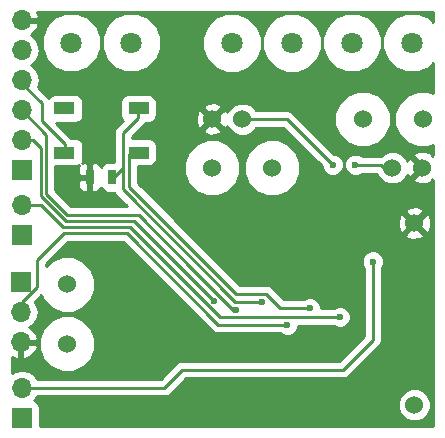
<source format=gbr>
G04 #@! TF.FileFunction,Copper,L1,Top,Signal*
%FSLAX46Y46*%
G04 Gerber Fmt 4.6, Leading zero omitted, Abs format (unit mm)*
G04 Created by KiCad (PCBNEW 4.0.6) date Thursday, 20. September 2018 19:48:34*
%MOMM*%
%LPD*%
G01*
G04 APERTURE LIST*
%ADD10C,0.100000*%
%ADD11R,1.700000X1.700000*%
%ADD12O,1.700000X1.700000*%
%ADD13R,0.700000X1.300000*%
%ADD14C,1.524000*%
%ADD15R,1.700000X1.000000*%
%ADD16C,1.800000*%
%ADD17C,0.600000*%
%ADD18C,0.250000*%
%ADD19C,0.254000*%
G04 APERTURE END LIST*
D10*
D11*
X128778000Y-117729000D03*
D12*
X128778000Y-115189000D03*
D11*
X128778000Y-133223000D03*
D12*
X128778000Y-130683000D03*
D11*
X128778000Y-112268000D03*
D12*
X128778000Y-109728000D03*
X128778000Y-107188000D03*
X128778000Y-104648000D03*
X128778000Y-102108000D03*
X128778000Y-99568000D03*
D13*
X134533600Y-112877600D03*
X136433600Y-112877600D03*
D11*
X128676400Y-121767600D03*
D12*
X128676400Y-124307600D03*
X128676400Y-126847600D03*
D14*
X162702400Y-107950000D03*
X157622400Y-107950000D03*
X147442400Y-107950000D03*
X144902400Y-107950000D03*
X144891600Y-112064800D03*
X149971600Y-112064800D03*
X160151600Y-112064800D03*
X162691600Y-112064800D03*
D15*
X138684400Y-110815200D03*
X132384400Y-110815200D03*
X138684400Y-107015200D03*
X132384400Y-107015200D03*
D14*
X132620000Y-121960000D03*
X132620000Y-126960000D03*
X162020000Y-116760000D03*
X162020000Y-132160000D03*
D16*
X138049000Y-101473000D03*
X132969000Y-101473000D03*
X151638000Y-101498400D03*
X146558000Y-101498400D03*
X161798000Y-101473000D03*
X156718000Y-101473000D03*
D17*
X157988000Y-131475000D03*
X163322000Y-124460000D03*
X153162000Y-123952000D03*
X145034000Y-123317000D03*
X146939000Y-124079000D03*
X155702000Y-124714000D03*
X158496000Y-120015000D03*
X151257000Y-125349000D03*
X155092400Y-111810800D03*
X157022800Y-111810800D03*
X149098000Y-123444000D03*
D18*
X157988000Y-131475000D02*
X157988000Y-131445000D01*
X128778000Y-104648000D02*
X128778000Y-104952800D01*
X128778000Y-104952800D02*
X130442399Y-106617199D01*
X130442399Y-106617199D02*
X130442399Y-108090399D01*
X130442399Y-108090399D02*
X132434400Y-110082400D01*
X138634400Y-110765200D02*
X138053200Y-110765200D01*
X138053200Y-110765200D02*
X137871200Y-110947200D01*
X137871200Y-110947200D02*
X137871200Y-113690400D01*
X137871200Y-113690400D02*
X146913600Y-122732800D01*
X146913600Y-122732800D02*
X149453600Y-122732800D01*
X149453600Y-122732800D02*
X150672800Y-123952000D01*
X150672800Y-123952000D02*
X153162000Y-123952000D01*
X132434400Y-110082400D02*
X132434400Y-110765200D01*
X143129000Y-121412000D02*
X145034000Y-123317000D01*
X128651000Y-109728000D02*
X129743200Y-109728000D01*
X138303000Y-116586000D02*
X143129000Y-121412000D01*
X132486400Y-116586000D02*
X138303000Y-116586000D01*
X130403600Y-114503200D02*
X132486400Y-116586000D01*
X130403600Y-110388400D02*
X130403600Y-114503200D01*
X129743200Y-109728000D02*
X130403600Y-110388400D01*
X143383000Y-120777000D02*
X146431000Y-123825000D01*
X146685000Y-124079000D02*
X146939000Y-124079000D01*
X146431000Y-123825000D02*
X146685000Y-124079000D01*
X128651000Y-107188000D02*
X128778000Y-107188000D01*
X128778000Y-107188000D02*
X130860800Y-109270800D01*
X130860800Y-109270800D02*
X130860800Y-114300000D01*
X130860800Y-114300000D02*
X132638800Y-116078000D01*
X132638800Y-116078000D02*
X138684000Y-116078000D01*
X138684000Y-116078000D02*
X143383000Y-120777000D01*
X143256000Y-122428000D02*
X145542000Y-124714000D01*
X130378200Y-115189000D02*
X132283200Y-117094000D01*
X132283200Y-117094000D02*
X137922000Y-117094000D01*
X137922000Y-117094000D02*
X143256000Y-122428000D01*
X128778000Y-115189000D02*
X130378200Y-115189000D01*
X145542000Y-124714000D02*
X155702000Y-124714000D01*
X158496000Y-126619000D02*
X158496000Y-120015000D01*
X128778000Y-130683000D02*
X140843000Y-130683000D01*
X155956000Y-129159000D02*
X158496000Y-126619000D01*
X142367000Y-129159000D02*
X155956000Y-129159000D01*
X140843000Y-130683000D02*
X142367000Y-129159000D01*
X128778000Y-130683000D02*
X129159000Y-130683000D01*
X151257000Y-125349000D02*
X145415000Y-125349000D01*
X130048000Y-122174000D02*
X130048000Y-119888000D01*
X128778000Y-123444000D02*
X130048000Y-122174000D01*
X137668000Y-117602000D02*
X145415000Y-125349000D01*
X132334000Y-117602000D02*
X137668000Y-117602000D01*
X130048000Y-119888000D02*
X132334000Y-117602000D01*
X128778000Y-124206000D02*
X128778000Y-123444000D01*
X151231600Y-107950000D02*
X147442400Y-107950000D01*
X155092400Y-111810800D02*
X151231600Y-107950000D01*
X159207200Y-111810800D02*
X159461200Y-112064800D01*
X157022800Y-111810800D02*
X159207200Y-111810800D01*
X159461200Y-112064800D02*
X160151600Y-112064800D01*
X138634400Y-107065200D02*
X138634400Y-107847200D01*
X138634400Y-107847200D02*
X137312400Y-109169200D01*
X136433600Y-112877600D02*
X136550400Y-112877600D01*
X136550400Y-112877600D02*
X137312400Y-112115600D01*
X146862800Y-123444000D02*
X149098000Y-123444000D01*
X137312400Y-113893600D02*
X146862800Y-123444000D01*
X137312400Y-109169200D02*
X137312400Y-112115600D01*
X137312400Y-112115600D02*
X137312400Y-113893600D01*
D19*
G36*
X163628000Y-99729356D02*
X163231300Y-99331963D01*
X162302857Y-98946439D01*
X161297554Y-98945562D01*
X160368439Y-99329464D01*
X159656963Y-100039700D01*
X159271439Y-100968143D01*
X159270562Y-101973446D01*
X159654464Y-102902561D01*
X160364700Y-103614037D01*
X161293143Y-103999561D01*
X162298446Y-104000438D01*
X163227561Y-103616536D01*
X163628000Y-103216795D01*
X163628000Y-105747572D01*
X163179686Y-105561416D01*
X162229283Y-105560586D01*
X161350908Y-105923524D01*
X160678286Y-106594973D01*
X160313816Y-107472714D01*
X160312986Y-108423117D01*
X160675924Y-109301492D01*
X161347373Y-109974114D01*
X162225114Y-110338584D01*
X163175517Y-110339414D01*
X163628000Y-110152451D01*
X163628000Y-110990356D01*
X163607218Y-110969574D01*
X163492207Y-111084585D01*
X163422743Y-110842403D01*
X162899298Y-110655656D01*
X162344232Y-110683438D01*
X161960457Y-110842403D01*
X161890992Y-111084587D01*
X162691600Y-111885195D01*
X162705743Y-111871053D01*
X162885348Y-112050658D01*
X162871205Y-112064800D01*
X162885348Y-112078943D01*
X162705743Y-112258548D01*
X162691600Y-112244405D01*
X161890992Y-113045013D01*
X161960457Y-113287197D01*
X162483902Y-113473944D01*
X163038968Y-113446162D01*
X163422743Y-113287197D01*
X163492207Y-113045015D01*
X163607218Y-113160026D01*
X163628000Y-113139244D01*
X163628000Y-133910000D01*
X130275440Y-133910000D01*
X130275440Y-132436661D01*
X160622758Y-132436661D01*
X160834990Y-132950303D01*
X161227630Y-133343629D01*
X161740900Y-133556757D01*
X162296661Y-133557242D01*
X162810303Y-133345010D01*
X163203629Y-132952370D01*
X163416757Y-132439100D01*
X163417242Y-131883339D01*
X163205010Y-131369697D01*
X162812370Y-130976371D01*
X162299100Y-130763243D01*
X161743339Y-130762758D01*
X161229697Y-130974990D01*
X160836371Y-131367630D01*
X160623243Y-131880900D01*
X160622758Y-132436661D01*
X130275440Y-132436661D01*
X130275440Y-132373000D01*
X130231162Y-132137683D01*
X130092090Y-131921559D01*
X129879890Y-131776569D01*
X129812459Y-131762914D01*
X129857147Y-131733054D01*
X130050954Y-131443000D01*
X140843000Y-131443000D01*
X141133839Y-131385148D01*
X141380401Y-131220401D01*
X142681802Y-129919000D01*
X155956000Y-129919000D01*
X156246839Y-129861148D01*
X156493401Y-129696401D01*
X159033401Y-127156401D01*
X159198148Y-126909840D01*
X159235790Y-126720600D01*
X159256000Y-126619000D01*
X159256000Y-120577463D01*
X159288192Y-120545327D01*
X159430838Y-120201799D01*
X159431162Y-119829833D01*
X159289117Y-119486057D01*
X159026327Y-119222808D01*
X158682799Y-119080162D01*
X158310833Y-119079838D01*
X157967057Y-119221883D01*
X157703808Y-119484673D01*
X157561162Y-119828201D01*
X157560838Y-120200167D01*
X157702883Y-120543943D01*
X157736000Y-120577118D01*
X157736000Y-126304198D01*
X155641198Y-128399000D01*
X142367000Y-128399000D01*
X142124414Y-128447254D01*
X142076160Y-128456852D01*
X141829599Y-128621599D01*
X140528198Y-129923000D01*
X130050954Y-129923000D01*
X129857147Y-129632946D01*
X129375378Y-129311039D01*
X128807093Y-129198000D01*
X128748907Y-129198000D01*
X128180622Y-129311039D01*
X127964000Y-129455781D01*
X127964000Y-128122130D01*
X128319508Y-128289086D01*
X128549400Y-128168419D01*
X128549400Y-126974600D01*
X128803400Y-126974600D01*
X128803400Y-128168419D01*
X129033292Y-128289086D01*
X129557758Y-128042783D01*
X129948045Y-127614524D01*
X130023181Y-127433117D01*
X130230586Y-127433117D01*
X130593524Y-128311492D01*
X131264973Y-128984114D01*
X132142714Y-129348584D01*
X133093117Y-129349414D01*
X133971492Y-128986476D01*
X134644114Y-128315027D01*
X135008584Y-127437286D01*
X135009414Y-126486883D01*
X134646476Y-125608508D01*
X133975027Y-124935886D01*
X133097286Y-124571416D01*
X132146883Y-124570586D01*
X131268508Y-124933524D01*
X130595886Y-125604973D01*
X130231416Y-126482714D01*
X130230586Y-127433117D01*
X130023181Y-127433117D01*
X130117876Y-127204490D01*
X129996555Y-126974600D01*
X128803400Y-126974600D01*
X128549400Y-126974600D01*
X128529400Y-126974600D01*
X128529400Y-126720600D01*
X128549400Y-126720600D01*
X128549400Y-126700600D01*
X128803400Y-126700600D01*
X128803400Y-126720600D01*
X129996555Y-126720600D01*
X130117876Y-126490710D01*
X129948045Y-126080676D01*
X129557758Y-125652417D01*
X129414847Y-125585302D01*
X129755547Y-125357654D01*
X130077454Y-124875885D01*
X130190493Y-124307600D01*
X130077454Y-123739315D01*
X129869185Y-123427617D01*
X130415693Y-122881109D01*
X130593524Y-123311492D01*
X131264973Y-123984114D01*
X132142714Y-124348584D01*
X133093117Y-124349414D01*
X133971492Y-123986476D01*
X134644114Y-123315027D01*
X135008584Y-122437286D01*
X135009414Y-121486883D01*
X134646476Y-120608508D01*
X133975027Y-119935886D01*
X133097286Y-119571416D01*
X132146883Y-119570586D01*
X131268508Y-119933524D01*
X130808000Y-120393229D01*
X130808000Y-120202802D01*
X132648802Y-118362000D01*
X137353198Y-118362000D01*
X144877599Y-125886401D01*
X145124160Y-126051148D01*
X145172414Y-126060746D01*
X145415000Y-126109000D01*
X150694537Y-126109000D01*
X150726673Y-126141192D01*
X151070201Y-126283838D01*
X151442167Y-126284162D01*
X151785943Y-126142117D01*
X152049192Y-125879327D01*
X152191838Y-125535799D01*
X152191892Y-125474000D01*
X155139537Y-125474000D01*
X155171673Y-125506192D01*
X155515201Y-125648838D01*
X155887167Y-125649162D01*
X156230943Y-125507117D01*
X156494192Y-125244327D01*
X156636838Y-124900799D01*
X156637162Y-124528833D01*
X156495117Y-124185057D01*
X156232327Y-123921808D01*
X155888799Y-123779162D01*
X155516833Y-123778838D01*
X155173057Y-123920883D01*
X155139882Y-123954000D01*
X154096999Y-123954000D01*
X154097162Y-123766833D01*
X153955117Y-123423057D01*
X153692327Y-123159808D01*
X153348799Y-123017162D01*
X152976833Y-123016838D01*
X152633057Y-123158883D01*
X152599882Y-123192000D01*
X150987602Y-123192000D01*
X149991001Y-122195399D01*
X149744439Y-122030652D01*
X149453600Y-121972800D01*
X147228402Y-121972800D01*
X142995815Y-117740213D01*
X161219392Y-117740213D01*
X161288857Y-117982397D01*
X161812302Y-118169144D01*
X162367368Y-118141362D01*
X162751143Y-117982397D01*
X162820608Y-117740213D01*
X162020000Y-116939605D01*
X161219392Y-117740213D01*
X142995815Y-117740213D01*
X141807904Y-116552302D01*
X160610856Y-116552302D01*
X160638638Y-117107368D01*
X160797603Y-117491143D01*
X161039787Y-117560608D01*
X161840395Y-116760000D01*
X162199605Y-116760000D01*
X163000213Y-117560608D01*
X163242397Y-117491143D01*
X163429144Y-116967698D01*
X163401362Y-116412632D01*
X163242397Y-116028857D01*
X163000213Y-115959392D01*
X162199605Y-116760000D01*
X161840395Y-116760000D01*
X161039787Y-115959392D01*
X160797603Y-116028857D01*
X160610856Y-116552302D01*
X141807904Y-116552302D01*
X141035389Y-115779787D01*
X161219392Y-115779787D01*
X162020000Y-116580395D01*
X162820608Y-115779787D01*
X162751143Y-115537603D01*
X162227698Y-115350856D01*
X161672632Y-115378638D01*
X161288857Y-115537603D01*
X161219392Y-115779787D01*
X141035389Y-115779787D01*
X138631200Y-113375598D01*
X138631200Y-112537917D01*
X142502186Y-112537917D01*
X142865124Y-113416292D01*
X143536573Y-114088914D01*
X144414314Y-114453384D01*
X145364717Y-114454214D01*
X146243092Y-114091276D01*
X146915714Y-113419827D01*
X147280184Y-112542086D01*
X147280187Y-112537917D01*
X147582186Y-112537917D01*
X147945124Y-113416292D01*
X148616573Y-114088914D01*
X149494314Y-114453384D01*
X150444717Y-114454214D01*
X151323092Y-114091276D01*
X151995714Y-113419827D01*
X152360184Y-112542086D01*
X152361014Y-111591683D01*
X151998076Y-110713308D01*
X151326627Y-110040686D01*
X150448886Y-109676216D01*
X149498483Y-109675386D01*
X148620108Y-110038324D01*
X147947486Y-110709773D01*
X147583016Y-111587514D01*
X147582186Y-112537917D01*
X147280187Y-112537917D01*
X147281014Y-111591683D01*
X146918076Y-110713308D01*
X146246627Y-110040686D01*
X145368886Y-109676216D01*
X144418483Y-109675386D01*
X143540108Y-110038324D01*
X142867486Y-110709773D01*
X142503016Y-111587514D01*
X142502186Y-112537917D01*
X138631200Y-112537917D01*
X138631200Y-111962640D01*
X139534400Y-111962640D01*
X139769717Y-111918362D01*
X139985841Y-111779290D01*
X140130831Y-111567090D01*
X140181840Y-111315200D01*
X140181840Y-110215200D01*
X140137562Y-109979883D01*
X139998490Y-109763759D01*
X139786290Y-109618769D01*
X139534400Y-109567760D01*
X138072400Y-109567760D01*
X138072400Y-109484002D01*
X138626189Y-108930213D01*
X144101792Y-108930213D01*
X144171257Y-109172397D01*
X144694702Y-109359144D01*
X145249768Y-109331362D01*
X145633543Y-109172397D01*
X145703008Y-108930213D01*
X144902400Y-108129605D01*
X144101792Y-108930213D01*
X138626189Y-108930213D01*
X139171801Y-108384601D01*
X139253293Y-108262640D01*
X139534400Y-108262640D01*
X139769717Y-108218362D01*
X139985841Y-108079290D01*
X140130831Y-107867090D01*
X140156101Y-107742302D01*
X143493256Y-107742302D01*
X143521038Y-108297368D01*
X143680003Y-108681143D01*
X143922187Y-108750608D01*
X144722795Y-107950000D01*
X145082005Y-107950000D01*
X145882613Y-108750608D01*
X146124797Y-108681143D01*
X146174909Y-108540682D01*
X146257390Y-108740303D01*
X146650030Y-109133629D01*
X147163300Y-109346757D01*
X147719061Y-109347242D01*
X148232703Y-109135010D01*
X148626029Y-108742370D01*
X148639470Y-108710000D01*
X150916798Y-108710000D01*
X154157278Y-111950480D01*
X154157238Y-111995967D01*
X154299283Y-112339743D01*
X154562073Y-112602992D01*
X154905601Y-112745638D01*
X155277567Y-112745962D01*
X155621343Y-112603917D01*
X155884592Y-112341127D01*
X156027238Y-111997599D01*
X156027239Y-111995967D01*
X156087638Y-111995967D01*
X156229683Y-112339743D01*
X156492473Y-112602992D01*
X156836001Y-112745638D01*
X157207967Y-112745962D01*
X157551743Y-112603917D01*
X157584918Y-112570800D01*
X158849119Y-112570800D01*
X158966590Y-112855103D01*
X159359230Y-113248429D01*
X159872500Y-113461557D01*
X160428261Y-113462042D01*
X160941903Y-113249810D01*
X161335229Y-112857170D01*
X161414995Y-112665073D01*
X161469203Y-112795943D01*
X161711387Y-112865408D01*
X162511995Y-112064800D01*
X161711387Y-111264192D01*
X161469203Y-111333657D01*
X161419091Y-111474118D01*
X161336610Y-111274497D01*
X160943970Y-110881171D01*
X160430700Y-110668043D01*
X159874939Y-110667558D01*
X159361297Y-110879790D01*
X159189988Y-111050800D01*
X157585263Y-111050800D01*
X157553127Y-111018608D01*
X157209599Y-110875962D01*
X156837633Y-110875638D01*
X156493857Y-111017683D01*
X156230608Y-111280473D01*
X156087962Y-111624001D01*
X156087638Y-111995967D01*
X156027239Y-111995967D01*
X156027562Y-111625633D01*
X155885517Y-111281857D01*
X155622727Y-111018608D01*
X155279199Y-110875962D01*
X155232323Y-110875921D01*
X152779519Y-108423117D01*
X155232986Y-108423117D01*
X155595924Y-109301492D01*
X156267373Y-109974114D01*
X157145114Y-110338584D01*
X158095517Y-110339414D01*
X158973892Y-109976476D01*
X159646514Y-109305027D01*
X160010984Y-108427286D01*
X160011814Y-107476883D01*
X159648876Y-106598508D01*
X158977427Y-105925886D01*
X158099686Y-105561416D01*
X157149283Y-105560586D01*
X156270908Y-105923524D01*
X155598286Y-106594973D01*
X155233816Y-107472714D01*
X155232986Y-108423117D01*
X152779519Y-108423117D01*
X151769001Y-107412599D01*
X151522439Y-107247852D01*
X151231600Y-107190000D01*
X148639931Y-107190000D01*
X148627410Y-107159697D01*
X148234770Y-106766371D01*
X147721500Y-106553243D01*
X147165739Y-106552758D01*
X146652097Y-106764990D01*
X146258771Y-107157630D01*
X146179005Y-107349727D01*
X146124797Y-107218857D01*
X145882613Y-107149392D01*
X145082005Y-107950000D01*
X144722795Y-107950000D01*
X143922187Y-107149392D01*
X143680003Y-107218857D01*
X143493256Y-107742302D01*
X140156101Y-107742302D01*
X140181840Y-107615200D01*
X140181840Y-106969787D01*
X144101792Y-106969787D01*
X144902400Y-107770395D01*
X145703008Y-106969787D01*
X145633543Y-106727603D01*
X145110098Y-106540856D01*
X144555032Y-106568638D01*
X144171257Y-106727603D01*
X144101792Y-106969787D01*
X140181840Y-106969787D01*
X140181840Y-106515200D01*
X140137562Y-106279883D01*
X139998490Y-106063759D01*
X139786290Y-105918769D01*
X139534400Y-105867760D01*
X137734400Y-105867760D01*
X137499083Y-105912038D01*
X137282959Y-106051110D01*
X137137969Y-106263310D01*
X137086960Y-106515200D01*
X137086960Y-107615200D01*
X137131238Y-107850517D01*
X137270310Y-108066641D01*
X137311805Y-108094993D01*
X136774999Y-108631799D01*
X136610252Y-108878361D01*
X136552400Y-109169200D01*
X136552400Y-111580160D01*
X136083600Y-111580160D01*
X135848283Y-111624438D01*
X135632159Y-111763510D01*
X135487169Y-111975710D01*
X135480409Y-112009090D01*
X135421927Y-111867901D01*
X135243298Y-111689273D01*
X135009909Y-111592600D01*
X134819350Y-111592600D01*
X134660600Y-111751350D01*
X134660600Y-112750600D01*
X134680600Y-112750600D01*
X134680600Y-113004600D01*
X134660600Y-113004600D01*
X134660600Y-114003850D01*
X134819350Y-114162600D01*
X135009909Y-114162600D01*
X135243298Y-114065927D01*
X135421927Y-113887299D01*
X135478254Y-113751313D01*
X135480438Y-113762917D01*
X135619510Y-113979041D01*
X135831710Y-114124031D01*
X136083600Y-114175040D01*
X136608382Y-114175040D01*
X136610252Y-114184439D01*
X136774999Y-114431001D01*
X137661998Y-115318000D01*
X132953602Y-115318000D01*
X131620800Y-113985198D01*
X131620800Y-113163350D01*
X133548600Y-113163350D01*
X133548600Y-113653910D01*
X133645273Y-113887299D01*
X133823902Y-114065927D01*
X134057291Y-114162600D01*
X134247850Y-114162600D01*
X134406600Y-114003850D01*
X134406600Y-113004600D01*
X133707350Y-113004600D01*
X133548600Y-113163350D01*
X131620800Y-113163350D01*
X131620800Y-111962640D01*
X133334400Y-111962640D01*
X133569717Y-111918362D01*
X133644233Y-111870412D01*
X133548600Y-112101290D01*
X133548600Y-112591850D01*
X133707350Y-112750600D01*
X134406600Y-112750600D01*
X134406600Y-111751350D01*
X134247850Y-111592600D01*
X134057291Y-111592600D01*
X133856602Y-111675728D01*
X133930831Y-111567090D01*
X133981840Y-111315200D01*
X133981840Y-110215200D01*
X133937562Y-109979883D01*
X133798490Y-109763759D01*
X133586290Y-109618769D01*
X133334400Y-109567760D01*
X132987009Y-109567760D01*
X132971801Y-109544999D01*
X131689442Y-108262640D01*
X133334400Y-108262640D01*
X133569717Y-108218362D01*
X133785841Y-108079290D01*
X133930831Y-107867090D01*
X133981840Y-107615200D01*
X133981840Y-106515200D01*
X133937562Y-106279883D01*
X133798490Y-106063759D01*
X133586290Y-105918769D01*
X133334400Y-105867760D01*
X131534400Y-105867760D01*
X131299083Y-105912038D01*
X131082959Y-106051110D01*
X131021112Y-106141626D01*
X130979800Y-106079798D01*
X130153913Y-105253911D01*
X130179054Y-105216285D01*
X130292093Y-104648000D01*
X130179054Y-104079715D01*
X129857147Y-103597946D01*
X129527974Y-103378000D01*
X129857147Y-103158054D01*
X130179054Y-102676285D01*
X130292093Y-102108000D01*
X130265329Y-101973446D01*
X130441562Y-101973446D01*
X130825464Y-102902561D01*
X131535700Y-103614037D01*
X132464143Y-103999561D01*
X133469446Y-104000438D01*
X134398561Y-103616536D01*
X135110037Y-102906300D01*
X135495561Y-101977857D01*
X135495564Y-101973446D01*
X135521562Y-101973446D01*
X135905464Y-102902561D01*
X136615700Y-103614037D01*
X137544143Y-103999561D01*
X138549446Y-104000438D01*
X139478561Y-103616536D01*
X140190037Y-102906300D01*
X140566845Y-101998846D01*
X144030562Y-101998846D01*
X144414464Y-102927961D01*
X145124700Y-103639437D01*
X146053143Y-104024961D01*
X147058446Y-104025838D01*
X147987561Y-103641936D01*
X148699037Y-102931700D01*
X149084561Y-102003257D01*
X149084564Y-101998846D01*
X149110562Y-101998846D01*
X149494464Y-102927961D01*
X150204700Y-103639437D01*
X151133143Y-104024961D01*
X152138446Y-104025838D01*
X153067561Y-103641936D01*
X153779037Y-102931700D01*
X154164561Y-102003257D01*
X154164587Y-101973446D01*
X154190562Y-101973446D01*
X154574464Y-102902561D01*
X155284700Y-103614037D01*
X156213143Y-103999561D01*
X157218446Y-104000438D01*
X158147561Y-103616536D01*
X158859037Y-102906300D01*
X159244561Y-101977857D01*
X159245438Y-100972554D01*
X158861536Y-100043439D01*
X158151300Y-99331963D01*
X157222857Y-98946439D01*
X156217554Y-98945562D01*
X155288439Y-99329464D01*
X154576963Y-100039700D01*
X154191439Y-100968143D01*
X154190562Y-101973446D01*
X154164587Y-101973446D01*
X154165438Y-100997954D01*
X153781536Y-100068839D01*
X153071300Y-99357363D01*
X152142857Y-98971839D01*
X151137554Y-98970962D01*
X150208439Y-99354864D01*
X149496963Y-100065100D01*
X149111439Y-100993543D01*
X149110562Y-101998846D01*
X149084564Y-101998846D01*
X149085438Y-100997954D01*
X148701536Y-100068839D01*
X147991300Y-99357363D01*
X147062857Y-98971839D01*
X146057554Y-98970962D01*
X145128439Y-99354864D01*
X144416963Y-100065100D01*
X144031439Y-100993543D01*
X144030562Y-101998846D01*
X140566845Y-101998846D01*
X140575561Y-101977857D01*
X140576438Y-100972554D01*
X140192536Y-100043439D01*
X139482300Y-99331963D01*
X138553857Y-98946439D01*
X137548554Y-98945562D01*
X136619439Y-99329464D01*
X135907963Y-100039700D01*
X135522439Y-100968143D01*
X135521562Y-101973446D01*
X135495564Y-101973446D01*
X135496438Y-100972554D01*
X135112536Y-100043439D01*
X134402300Y-99331963D01*
X133473857Y-98946439D01*
X132468554Y-98945562D01*
X131539439Y-99329464D01*
X130827963Y-100039700D01*
X130442439Y-100968143D01*
X130441562Y-101973446D01*
X130265329Y-101973446D01*
X130179054Y-101539715D01*
X129857147Y-101057946D01*
X129516447Y-100830298D01*
X129659358Y-100763183D01*
X130049645Y-100334924D01*
X130219476Y-99924890D01*
X130098155Y-99695000D01*
X128905000Y-99695000D01*
X128905000Y-99715000D01*
X128651000Y-99715000D01*
X128651000Y-99695000D01*
X128631000Y-99695000D01*
X128631000Y-99441000D01*
X128651000Y-99441000D01*
X128651000Y-99421000D01*
X128905000Y-99421000D01*
X128905000Y-99441000D01*
X130098155Y-99441000D01*
X130219476Y-99211110D01*
X130082749Y-98881000D01*
X163628000Y-98881000D01*
X163628000Y-99729356D01*
X163628000Y-99729356D01*
G37*
X163628000Y-99729356D02*
X163231300Y-99331963D01*
X162302857Y-98946439D01*
X161297554Y-98945562D01*
X160368439Y-99329464D01*
X159656963Y-100039700D01*
X159271439Y-100968143D01*
X159270562Y-101973446D01*
X159654464Y-102902561D01*
X160364700Y-103614037D01*
X161293143Y-103999561D01*
X162298446Y-104000438D01*
X163227561Y-103616536D01*
X163628000Y-103216795D01*
X163628000Y-105747572D01*
X163179686Y-105561416D01*
X162229283Y-105560586D01*
X161350908Y-105923524D01*
X160678286Y-106594973D01*
X160313816Y-107472714D01*
X160312986Y-108423117D01*
X160675924Y-109301492D01*
X161347373Y-109974114D01*
X162225114Y-110338584D01*
X163175517Y-110339414D01*
X163628000Y-110152451D01*
X163628000Y-110990356D01*
X163607218Y-110969574D01*
X163492207Y-111084585D01*
X163422743Y-110842403D01*
X162899298Y-110655656D01*
X162344232Y-110683438D01*
X161960457Y-110842403D01*
X161890992Y-111084587D01*
X162691600Y-111885195D01*
X162705743Y-111871053D01*
X162885348Y-112050658D01*
X162871205Y-112064800D01*
X162885348Y-112078943D01*
X162705743Y-112258548D01*
X162691600Y-112244405D01*
X161890992Y-113045013D01*
X161960457Y-113287197D01*
X162483902Y-113473944D01*
X163038968Y-113446162D01*
X163422743Y-113287197D01*
X163492207Y-113045015D01*
X163607218Y-113160026D01*
X163628000Y-113139244D01*
X163628000Y-133910000D01*
X130275440Y-133910000D01*
X130275440Y-132436661D01*
X160622758Y-132436661D01*
X160834990Y-132950303D01*
X161227630Y-133343629D01*
X161740900Y-133556757D01*
X162296661Y-133557242D01*
X162810303Y-133345010D01*
X163203629Y-132952370D01*
X163416757Y-132439100D01*
X163417242Y-131883339D01*
X163205010Y-131369697D01*
X162812370Y-130976371D01*
X162299100Y-130763243D01*
X161743339Y-130762758D01*
X161229697Y-130974990D01*
X160836371Y-131367630D01*
X160623243Y-131880900D01*
X160622758Y-132436661D01*
X130275440Y-132436661D01*
X130275440Y-132373000D01*
X130231162Y-132137683D01*
X130092090Y-131921559D01*
X129879890Y-131776569D01*
X129812459Y-131762914D01*
X129857147Y-131733054D01*
X130050954Y-131443000D01*
X140843000Y-131443000D01*
X141133839Y-131385148D01*
X141380401Y-131220401D01*
X142681802Y-129919000D01*
X155956000Y-129919000D01*
X156246839Y-129861148D01*
X156493401Y-129696401D01*
X159033401Y-127156401D01*
X159198148Y-126909840D01*
X159235790Y-126720600D01*
X159256000Y-126619000D01*
X159256000Y-120577463D01*
X159288192Y-120545327D01*
X159430838Y-120201799D01*
X159431162Y-119829833D01*
X159289117Y-119486057D01*
X159026327Y-119222808D01*
X158682799Y-119080162D01*
X158310833Y-119079838D01*
X157967057Y-119221883D01*
X157703808Y-119484673D01*
X157561162Y-119828201D01*
X157560838Y-120200167D01*
X157702883Y-120543943D01*
X157736000Y-120577118D01*
X157736000Y-126304198D01*
X155641198Y-128399000D01*
X142367000Y-128399000D01*
X142124414Y-128447254D01*
X142076160Y-128456852D01*
X141829599Y-128621599D01*
X140528198Y-129923000D01*
X130050954Y-129923000D01*
X129857147Y-129632946D01*
X129375378Y-129311039D01*
X128807093Y-129198000D01*
X128748907Y-129198000D01*
X128180622Y-129311039D01*
X127964000Y-129455781D01*
X127964000Y-128122130D01*
X128319508Y-128289086D01*
X128549400Y-128168419D01*
X128549400Y-126974600D01*
X128803400Y-126974600D01*
X128803400Y-128168419D01*
X129033292Y-128289086D01*
X129557758Y-128042783D01*
X129948045Y-127614524D01*
X130023181Y-127433117D01*
X130230586Y-127433117D01*
X130593524Y-128311492D01*
X131264973Y-128984114D01*
X132142714Y-129348584D01*
X133093117Y-129349414D01*
X133971492Y-128986476D01*
X134644114Y-128315027D01*
X135008584Y-127437286D01*
X135009414Y-126486883D01*
X134646476Y-125608508D01*
X133975027Y-124935886D01*
X133097286Y-124571416D01*
X132146883Y-124570586D01*
X131268508Y-124933524D01*
X130595886Y-125604973D01*
X130231416Y-126482714D01*
X130230586Y-127433117D01*
X130023181Y-127433117D01*
X130117876Y-127204490D01*
X129996555Y-126974600D01*
X128803400Y-126974600D01*
X128549400Y-126974600D01*
X128529400Y-126974600D01*
X128529400Y-126720600D01*
X128549400Y-126720600D01*
X128549400Y-126700600D01*
X128803400Y-126700600D01*
X128803400Y-126720600D01*
X129996555Y-126720600D01*
X130117876Y-126490710D01*
X129948045Y-126080676D01*
X129557758Y-125652417D01*
X129414847Y-125585302D01*
X129755547Y-125357654D01*
X130077454Y-124875885D01*
X130190493Y-124307600D01*
X130077454Y-123739315D01*
X129869185Y-123427617D01*
X130415693Y-122881109D01*
X130593524Y-123311492D01*
X131264973Y-123984114D01*
X132142714Y-124348584D01*
X133093117Y-124349414D01*
X133971492Y-123986476D01*
X134644114Y-123315027D01*
X135008584Y-122437286D01*
X135009414Y-121486883D01*
X134646476Y-120608508D01*
X133975027Y-119935886D01*
X133097286Y-119571416D01*
X132146883Y-119570586D01*
X131268508Y-119933524D01*
X130808000Y-120393229D01*
X130808000Y-120202802D01*
X132648802Y-118362000D01*
X137353198Y-118362000D01*
X144877599Y-125886401D01*
X145124160Y-126051148D01*
X145172414Y-126060746D01*
X145415000Y-126109000D01*
X150694537Y-126109000D01*
X150726673Y-126141192D01*
X151070201Y-126283838D01*
X151442167Y-126284162D01*
X151785943Y-126142117D01*
X152049192Y-125879327D01*
X152191838Y-125535799D01*
X152191892Y-125474000D01*
X155139537Y-125474000D01*
X155171673Y-125506192D01*
X155515201Y-125648838D01*
X155887167Y-125649162D01*
X156230943Y-125507117D01*
X156494192Y-125244327D01*
X156636838Y-124900799D01*
X156637162Y-124528833D01*
X156495117Y-124185057D01*
X156232327Y-123921808D01*
X155888799Y-123779162D01*
X155516833Y-123778838D01*
X155173057Y-123920883D01*
X155139882Y-123954000D01*
X154096999Y-123954000D01*
X154097162Y-123766833D01*
X153955117Y-123423057D01*
X153692327Y-123159808D01*
X153348799Y-123017162D01*
X152976833Y-123016838D01*
X152633057Y-123158883D01*
X152599882Y-123192000D01*
X150987602Y-123192000D01*
X149991001Y-122195399D01*
X149744439Y-122030652D01*
X149453600Y-121972800D01*
X147228402Y-121972800D01*
X142995815Y-117740213D01*
X161219392Y-117740213D01*
X161288857Y-117982397D01*
X161812302Y-118169144D01*
X162367368Y-118141362D01*
X162751143Y-117982397D01*
X162820608Y-117740213D01*
X162020000Y-116939605D01*
X161219392Y-117740213D01*
X142995815Y-117740213D01*
X141807904Y-116552302D01*
X160610856Y-116552302D01*
X160638638Y-117107368D01*
X160797603Y-117491143D01*
X161039787Y-117560608D01*
X161840395Y-116760000D01*
X162199605Y-116760000D01*
X163000213Y-117560608D01*
X163242397Y-117491143D01*
X163429144Y-116967698D01*
X163401362Y-116412632D01*
X163242397Y-116028857D01*
X163000213Y-115959392D01*
X162199605Y-116760000D01*
X161840395Y-116760000D01*
X161039787Y-115959392D01*
X160797603Y-116028857D01*
X160610856Y-116552302D01*
X141807904Y-116552302D01*
X141035389Y-115779787D01*
X161219392Y-115779787D01*
X162020000Y-116580395D01*
X162820608Y-115779787D01*
X162751143Y-115537603D01*
X162227698Y-115350856D01*
X161672632Y-115378638D01*
X161288857Y-115537603D01*
X161219392Y-115779787D01*
X141035389Y-115779787D01*
X138631200Y-113375598D01*
X138631200Y-112537917D01*
X142502186Y-112537917D01*
X142865124Y-113416292D01*
X143536573Y-114088914D01*
X144414314Y-114453384D01*
X145364717Y-114454214D01*
X146243092Y-114091276D01*
X146915714Y-113419827D01*
X147280184Y-112542086D01*
X147280187Y-112537917D01*
X147582186Y-112537917D01*
X147945124Y-113416292D01*
X148616573Y-114088914D01*
X149494314Y-114453384D01*
X150444717Y-114454214D01*
X151323092Y-114091276D01*
X151995714Y-113419827D01*
X152360184Y-112542086D01*
X152361014Y-111591683D01*
X151998076Y-110713308D01*
X151326627Y-110040686D01*
X150448886Y-109676216D01*
X149498483Y-109675386D01*
X148620108Y-110038324D01*
X147947486Y-110709773D01*
X147583016Y-111587514D01*
X147582186Y-112537917D01*
X147280187Y-112537917D01*
X147281014Y-111591683D01*
X146918076Y-110713308D01*
X146246627Y-110040686D01*
X145368886Y-109676216D01*
X144418483Y-109675386D01*
X143540108Y-110038324D01*
X142867486Y-110709773D01*
X142503016Y-111587514D01*
X142502186Y-112537917D01*
X138631200Y-112537917D01*
X138631200Y-111962640D01*
X139534400Y-111962640D01*
X139769717Y-111918362D01*
X139985841Y-111779290D01*
X140130831Y-111567090D01*
X140181840Y-111315200D01*
X140181840Y-110215200D01*
X140137562Y-109979883D01*
X139998490Y-109763759D01*
X139786290Y-109618769D01*
X139534400Y-109567760D01*
X138072400Y-109567760D01*
X138072400Y-109484002D01*
X138626189Y-108930213D01*
X144101792Y-108930213D01*
X144171257Y-109172397D01*
X144694702Y-109359144D01*
X145249768Y-109331362D01*
X145633543Y-109172397D01*
X145703008Y-108930213D01*
X144902400Y-108129605D01*
X144101792Y-108930213D01*
X138626189Y-108930213D01*
X139171801Y-108384601D01*
X139253293Y-108262640D01*
X139534400Y-108262640D01*
X139769717Y-108218362D01*
X139985841Y-108079290D01*
X140130831Y-107867090D01*
X140156101Y-107742302D01*
X143493256Y-107742302D01*
X143521038Y-108297368D01*
X143680003Y-108681143D01*
X143922187Y-108750608D01*
X144722795Y-107950000D01*
X145082005Y-107950000D01*
X145882613Y-108750608D01*
X146124797Y-108681143D01*
X146174909Y-108540682D01*
X146257390Y-108740303D01*
X146650030Y-109133629D01*
X147163300Y-109346757D01*
X147719061Y-109347242D01*
X148232703Y-109135010D01*
X148626029Y-108742370D01*
X148639470Y-108710000D01*
X150916798Y-108710000D01*
X154157278Y-111950480D01*
X154157238Y-111995967D01*
X154299283Y-112339743D01*
X154562073Y-112602992D01*
X154905601Y-112745638D01*
X155277567Y-112745962D01*
X155621343Y-112603917D01*
X155884592Y-112341127D01*
X156027238Y-111997599D01*
X156027239Y-111995967D01*
X156087638Y-111995967D01*
X156229683Y-112339743D01*
X156492473Y-112602992D01*
X156836001Y-112745638D01*
X157207967Y-112745962D01*
X157551743Y-112603917D01*
X157584918Y-112570800D01*
X158849119Y-112570800D01*
X158966590Y-112855103D01*
X159359230Y-113248429D01*
X159872500Y-113461557D01*
X160428261Y-113462042D01*
X160941903Y-113249810D01*
X161335229Y-112857170D01*
X161414995Y-112665073D01*
X161469203Y-112795943D01*
X161711387Y-112865408D01*
X162511995Y-112064800D01*
X161711387Y-111264192D01*
X161469203Y-111333657D01*
X161419091Y-111474118D01*
X161336610Y-111274497D01*
X160943970Y-110881171D01*
X160430700Y-110668043D01*
X159874939Y-110667558D01*
X159361297Y-110879790D01*
X159189988Y-111050800D01*
X157585263Y-111050800D01*
X157553127Y-111018608D01*
X157209599Y-110875962D01*
X156837633Y-110875638D01*
X156493857Y-111017683D01*
X156230608Y-111280473D01*
X156087962Y-111624001D01*
X156087638Y-111995967D01*
X156027239Y-111995967D01*
X156027562Y-111625633D01*
X155885517Y-111281857D01*
X155622727Y-111018608D01*
X155279199Y-110875962D01*
X155232323Y-110875921D01*
X152779519Y-108423117D01*
X155232986Y-108423117D01*
X155595924Y-109301492D01*
X156267373Y-109974114D01*
X157145114Y-110338584D01*
X158095517Y-110339414D01*
X158973892Y-109976476D01*
X159646514Y-109305027D01*
X160010984Y-108427286D01*
X160011814Y-107476883D01*
X159648876Y-106598508D01*
X158977427Y-105925886D01*
X158099686Y-105561416D01*
X157149283Y-105560586D01*
X156270908Y-105923524D01*
X155598286Y-106594973D01*
X155233816Y-107472714D01*
X155232986Y-108423117D01*
X152779519Y-108423117D01*
X151769001Y-107412599D01*
X151522439Y-107247852D01*
X151231600Y-107190000D01*
X148639931Y-107190000D01*
X148627410Y-107159697D01*
X148234770Y-106766371D01*
X147721500Y-106553243D01*
X147165739Y-106552758D01*
X146652097Y-106764990D01*
X146258771Y-107157630D01*
X146179005Y-107349727D01*
X146124797Y-107218857D01*
X145882613Y-107149392D01*
X145082005Y-107950000D01*
X144722795Y-107950000D01*
X143922187Y-107149392D01*
X143680003Y-107218857D01*
X143493256Y-107742302D01*
X140156101Y-107742302D01*
X140181840Y-107615200D01*
X140181840Y-106969787D01*
X144101792Y-106969787D01*
X144902400Y-107770395D01*
X145703008Y-106969787D01*
X145633543Y-106727603D01*
X145110098Y-106540856D01*
X144555032Y-106568638D01*
X144171257Y-106727603D01*
X144101792Y-106969787D01*
X140181840Y-106969787D01*
X140181840Y-106515200D01*
X140137562Y-106279883D01*
X139998490Y-106063759D01*
X139786290Y-105918769D01*
X139534400Y-105867760D01*
X137734400Y-105867760D01*
X137499083Y-105912038D01*
X137282959Y-106051110D01*
X137137969Y-106263310D01*
X137086960Y-106515200D01*
X137086960Y-107615200D01*
X137131238Y-107850517D01*
X137270310Y-108066641D01*
X137311805Y-108094993D01*
X136774999Y-108631799D01*
X136610252Y-108878361D01*
X136552400Y-109169200D01*
X136552400Y-111580160D01*
X136083600Y-111580160D01*
X135848283Y-111624438D01*
X135632159Y-111763510D01*
X135487169Y-111975710D01*
X135480409Y-112009090D01*
X135421927Y-111867901D01*
X135243298Y-111689273D01*
X135009909Y-111592600D01*
X134819350Y-111592600D01*
X134660600Y-111751350D01*
X134660600Y-112750600D01*
X134680600Y-112750600D01*
X134680600Y-113004600D01*
X134660600Y-113004600D01*
X134660600Y-114003850D01*
X134819350Y-114162600D01*
X135009909Y-114162600D01*
X135243298Y-114065927D01*
X135421927Y-113887299D01*
X135478254Y-113751313D01*
X135480438Y-113762917D01*
X135619510Y-113979041D01*
X135831710Y-114124031D01*
X136083600Y-114175040D01*
X136608382Y-114175040D01*
X136610252Y-114184439D01*
X136774999Y-114431001D01*
X137661998Y-115318000D01*
X132953602Y-115318000D01*
X131620800Y-113985198D01*
X131620800Y-113163350D01*
X133548600Y-113163350D01*
X133548600Y-113653910D01*
X133645273Y-113887299D01*
X133823902Y-114065927D01*
X134057291Y-114162600D01*
X134247850Y-114162600D01*
X134406600Y-114003850D01*
X134406600Y-113004600D01*
X133707350Y-113004600D01*
X133548600Y-113163350D01*
X131620800Y-113163350D01*
X131620800Y-111962640D01*
X133334400Y-111962640D01*
X133569717Y-111918362D01*
X133644233Y-111870412D01*
X133548600Y-112101290D01*
X133548600Y-112591850D01*
X133707350Y-112750600D01*
X134406600Y-112750600D01*
X134406600Y-111751350D01*
X134247850Y-111592600D01*
X134057291Y-111592600D01*
X133856602Y-111675728D01*
X133930831Y-111567090D01*
X133981840Y-111315200D01*
X133981840Y-110215200D01*
X133937562Y-109979883D01*
X133798490Y-109763759D01*
X133586290Y-109618769D01*
X133334400Y-109567760D01*
X132987009Y-109567760D01*
X132971801Y-109544999D01*
X131689442Y-108262640D01*
X133334400Y-108262640D01*
X133569717Y-108218362D01*
X133785841Y-108079290D01*
X133930831Y-107867090D01*
X133981840Y-107615200D01*
X133981840Y-106515200D01*
X133937562Y-106279883D01*
X133798490Y-106063759D01*
X133586290Y-105918769D01*
X133334400Y-105867760D01*
X131534400Y-105867760D01*
X131299083Y-105912038D01*
X131082959Y-106051110D01*
X131021112Y-106141626D01*
X130979800Y-106079798D01*
X130153913Y-105253911D01*
X130179054Y-105216285D01*
X130292093Y-104648000D01*
X130179054Y-104079715D01*
X129857147Y-103597946D01*
X129527974Y-103378000D01*
X129857147Y-103158054D01*
X130179054Y-102676285D01*
X130292093Y-102108000D01*
X130265329Y-101973446D01*
X130441562Y-101973446D01*
X130825464Y-102902561D01*
X131535700Y-103614037D01*
X132464143Y-103999561D01*
X133469446Y-104000438D01*
X134398561Y-103616536D01*
X135110037Y-102906300D01*
X135495561Y-101977857D01*
X135495564Y-101973446D01*
X135521562Y-101973446D01*
X135905464Y-102902561D01*
X136615700Y-103614037D01*
X137544143Y-103999561D01*
X138549446Y-104000438D01*
X139478561Y-103616536D01*
X140190037Y-102906300D01*
X140566845Y-101998846D01*
X144030562Y-101998846D01*
X144414464Y-102927961D01*
X145124700Y-103639437D01*
X146053143Y-104024961D01*
X147058446Y-104025838D01*
X147987561Y-103641936D01*
X148699037Y-102931700D01*
X149084561Y-102003257D01*
X149084564Y-101998846D01*
X149110562Y-101998846D01*
X149494464Y-102927961D01*
X150204700Y-103639437D01*
X151133143Y-104024961D01*
X152138446Y-104025838D01*
X153067561Y-103641936D01*
X153779037Y-102931700D01*
X154164561Y-102003257D01*
X154164587Y-101973446D01*
X154190562Y-101973446D01*
X154574464Y-102902561D01*
X155284700Y-103614037D01*
X156213143Y-103999561D01*
X157218446Y-104000438D01*
X158147561Y-103616536D01*
X158859037Y-102906300D01*
X159244561Y-101977857D01*
X159245438Y-100972554D01*
X158861536Y-100043439D01*
X158151300Y-99331963D01*
X157222857Y-98946439D01*
X156217554Y-98945562D01*
X155288439Y-99329464D01*
X154576963Y-100039700D01*
X154191439Y-100968143D01*
X154190562Y-101973446D01*
X154164587Y-101973446D01*
X154165438Y-100997954D01*
X153781536Y-100068839D01*
X153071300Y-99357363D01*
X152142857Y-98971839D01*
X151137554Y-98970962D01*
X150208439Y-99354864D01*
X149496963Y-100065100D01*
X149111439Y-100993543D01*
X149110562Y-101998846D01*
X149084564Y-101998846D01*
X149085438Y-100997954D01*
X148701536Y-100068839D01*
X147991300Y-99357363D01*
X147062857Y-98971839D01*
X146057554Y-98970962D01*
X145128439Y-99354864D01*
X144416963Y-100065100D01*
X144031439Y-100993543D01*
X144030562Y-101998846D01*
X140566845Y-101998846D01*
X140575561Y-101977857D01*
X140576438Y-100972554D01*
X140192536Y-100043439D01*
X139482300Y-99331963D01*
X138553857Y-98946439D01*
X137548554Y-98945562D01*
X136619439Y-99329464D01*
X135907963Y-100039700D01*
X135522439Y-100968143D01*
X135521562Y-101973446D01*
X135495564Y-101973446D01*
X135496438Y-100972554D01*
X135112536Y-100043439D01*
X134402300Y-99331963D01*
X133473857Y-98946439D01*
X132468554Y-98945562D01*
X131539439Y-99329464D01*
X130827963Y-100039700D01*
X130442439Y-100968143D01*
X130441562Y-101973446D01*
X130265329Y-101973446D01*
X130179054Y-101539715D01*
X129857147Y-101057946D01*
X129516447Y-100830298D01*
X129659358Y-100763183D01*
X130049645Y-100334924D01*
X130219476Y-99924890D01*
X130098155Y-99695000D01*
X128905000Y-99695000D01*
X128905000Y-99715000D01*
X128651000Y-99715000D01*
X128651000Y-99695000D01*
X128631000Y-99695000D01*
X128631000Y-99441000D01*
X128651000Y-99441000D01*
X128651000Y-99421000D01*
X128905000Y-99421000D01*
X128905000Y-99441000D01*
X130098155Y-99441000D01*
X130219476Y-99211110D01*
X130082749Y-98881000D01*
X163628000Y-98881000D01*
X163628000Y-99729356D01*
M02*

</source>
